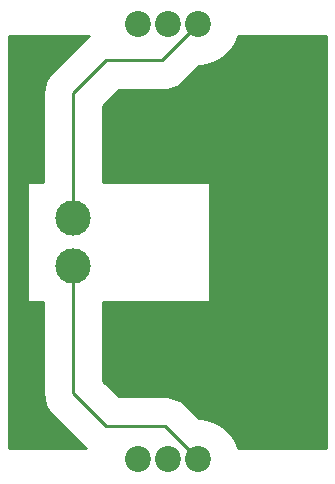
<source format=gbr>
G04 #@! TF.GenerationSoftware,KiCad,Pcbnew,(5.1.2)-2*
G04 #@! TF.CreationDate,2019-08-07T17:13:24-07:00*
G04 #@! TF.ProjectId,solarcell,736f6c61-7263-4656-9c6c-2e6b69636164,rev?*
G04 #@! TF.SameCoordinates,Original*
G04 #@! TF.FileFunction,Copper,L2,Bot*
G04 #@! TF.FilePolarity,Positive*
%FSLAX46Y46*%
G04 Gerber Fmt 4.6, Leading zero omitted, Abs format (unit mm)*
G04 Created by KiCad (PCBNEW (5.1.2)-2) date 2019-08-07 17:13:24*
%MOMM*%
%LPD*%
G04 APERTURE LIST*
%ADD10C,3.000000*%
%ADD11C,2.200000*%
%ADD12C,0.250000*%
%ADD13C,0.254000*%
G04 APERTURE END LIST*
D10*
X68200000Y-90900000D03*
X68200000Y-86900000D03*
D11*
X73660000Y-70485000D03*
X76200000Y-70485000D03*
X78740000Y-70485000D03*
X78740000Y-107315000D03*
X76200000Y-107315000D03*
X73660000Y-107315000D03*
D12*
X68200000Y-90900000D02*
X68200000Y-101728000D01*
X68200000Y-101728000D02*
X70993000Y-104521000D01*
X75946000Y-104521000D02*
X78740000Y-107315000D01*
X70993000Y-104521000D02*
X75946000Y-104521000D01*
X68200000Y-84778680D02*
X68199000Y-84777680D01*
X68200000Y-86900000D02*
X68200000Y-84778680D01*
X68199000Y-84777680D02*
X68199000Y-76327000D01*
X68199000Y-76327000D02*
X70993000Y-73533000D01*
X75692000Y-73533000D02*
X78740000Y-70485000D01*
X70993000Y-73533000D02*
X75692000Y-73533000D01*
D13*
G36*
X69286525Y-71650200D02*
G01*
X69286518Y-71650207D01*
X69189680Y-71729680D01*
X69110206Y-71826519D01*
X66492524Y-74444203D01*
X66395681Y-74523680D01*
X66316203Y-74620524D01*
X66316201Y-74620526D01*
X66078520Y-74910141D01*
X65842849Y-75351051D01*
X65697723Y-75829466D01*
X65648721Y-76327000D01*
X65661001Y-76451683D01*
X65661000Y-83820000D01*
X64389000Y-83820000D01*
X64364224Y-83822440D01*
X64340399Y-83829667D01*
X64318443Y-83841403D01*
X64299197Y-83857197D01*
X64283403Y-83876443D01*
X64271667Y-83898399D01*
X64264440Y-83922224D01*
X64262000Y-83947000D01*
X64262000Y-93853000D01*
X64264440Y-93877776D01*
X64271667Y-93901601D01*
X64283403Y-93923557D01*
X64299197Y-93942803D01*
X64318443Y-93958597D01*
X64340399Y-93970333D01*
X64364224Y-93977560D01*
X64389000Y-93980000D01*
X65662000Y-93980000D01*
X65662001Y-101603317D01*
X65649721Y-101728000D01*
X65698723Y-102225534D01*
X65843849Y-102703949D01*
X66057756Y-103104141D01*
X66079521Y-103144860D01*
X66396681Y-103531320D01*
X66493524Y-103610797D01*
X69110200Y-106227474D01*
X69189680Y-106324320D01*
X69240467Y-106366000D01*
X62798000Y-106366000D01*
X62798000Y-71434000D01*
X69549966Y-71434000D01*
X69286525Y-71650200D01*
X69286525Y-71650200D01*
G37*
X69286525Y-71650200D02*
X69286518Y-71650207D01*
X69189680Y-71729680D01*
X69110206Y-71826519D01*
X66492524Y-74444203D01*
X66395681Y-74523680D01*
X66316203Y-74620524D01*
X66316201Y-74620526D01*
X66078520Y-74910141D01*
X65842849Y-75351051D01*
X65697723Y-75829466D01*
X65648721Y-76327000D01*
X65661001Y-76451683D01*
X65661000Y-83820000D01*
X64389000Y-83820000D01*
X64364224Y-83822440D01*
X64340399Y-83829667D01*
X64318443Y-83841403D01*
X64299197Y-83857197D01*
X64283403Y-83876443D01*
X64271667Y-83898399D01*
X64264440Y-83922224D01*
X64262000Y-83947000D01*
X64262000Y-93853000D01*
X64264440Y-93877776D01*
X64271667Y-93901601D01*
X64283403Y-93923557D01*
X64299197Y-93942803D01*
X64318443Y-93958597D01*
X64340399Y-93970333D01*
X64364224Y-93977560D01*
X64389000Y-93980000D01*
X65662000Y-93980000D01*
X65662001Y-101603317D01*
X65649721Y-101728000D01*
X65698723Y-102225534D01*
X65843849Y-102703949D01*
X66057756Y-103104141D01*
X66079521Y-103144860D01*
X66396681Y-103531320D01*
X66493524Y-103610797D01*
X69110200Y-106227474D01*
X69189680Y-106324320D01*
X69240467Y-106366000D01*
X62798000Y-106366000D01*
X62798000Y-71434000D01*
X69549966Y-71434000D01*
X69286525Y-71650200D01*
G36*
X89602001Y-106366000D02*
G01*
X82133056Y-106366000D01*
X82117997Y-106290296D01*
X81853180Y-105650970D01*
X81468725Y-105075593D01*
X80979407Y-104586275D01*
X80404030Y-104201820D01*
X79764704Y-103937003D01*
X79086000Y-103802000D01*
X78816274Y-103802000D01*
X77828802Y-102814529D01*
X77749320Y-102717680D01*
X77362860Y-102400520D01*
X76921950Y-102164849D01*
X76443535Y-102019723D01*
X76070681Y-101983000D01*
X76070673Y-101983000D01*
X75946000Y-101970721D01*
X75821327Y-101983000D01*
X72044274Y-101983000D01*
X70738000Y-100676727D01*
X70738000Y-93980000D01*
X79629000Y-93980000D01*
X79653776Y-93977560D01*
X79677601Y-93970333D01*
X79699557Y-93958597D01*
X79718803Y-93942803D01*
X79734597Y-93923557D01*
X79746333Y-93901601D01*
X79753560Y-93877776D01*
X79756000Y-93853000D01*
X79756000Y-83947000D01*
X79753560Y-83922224D01*
X79746333Y-83898399D01*
X79734597Y-83876443D01*
X79718803Y-83857197D01*
X79699557Y-83841403D01*
X79677601Y-83829667D01*
X79653776Y-83822440D01*
X79629000Y-83820000D01*
X70737000Y-83820000D01*
X70737000Y-77378274D01*
X72044274Y-76071000D01*
X75567327Y-76071000D01*
X75692000Y-76083279D01*
X75816673Y-76071000D01*
X75816681Y-76071000D01*
X76189535Y-76034277D01*
X76667950Y-75889151D01*
X77108860Y-75653480D01*
X77495320Y-75336320D01*
X77574802Y-75239471D01*
X78816273Y-73998000D01*
X79086000Y-73998000D01*
X79764704Y-73862997D01*
X80404030Y-73598180D01*
X80979407Y-73213725D01*
X81468725Y-72724407D01*
X81853180Y-72149030D01*
X82117997Y-71509704D01*
X82133056Y-71434000D01*
X89602000Y-71434000D01*
X89602001Y-106366000D01*
X89602001Y-106366000D01*
G37*
X89602001Y-106366000D02*
X82133056Y-106366000D01*
X82117997Y-106290296D01*
X81853180Y-105650970D01*
X81468725Y-105075593D01*
X80979407Y-104586275D01*
X80404030Y-104201820D01*
X79764704Y-103937003D01*
X79086000Y-103802000D01*
X78816274Y-103802000D01*
X77828802Y-102814529D01*
X77749320Y-102717680D01*
X77362860Y-102400520D01*
X76921950Y-102164849D01*
X76443535Y-102019723D01*
X76070681Y-101983000D01*
X76070673Y-101983000D01*
X75946000Y-101970721D01*
X75821327Y-101983000D01*
X72044274Y-101983000D01*
X70738000Y-100676727D01*
X70738000Y-93980000D01*
X79629000Y-93980000D01*
X79653776Y-93977560D01*
X79677601Y-93970333D01*
X79699557Y-93958597D01*
X79718803Y-93942803D01*
X79734597Y-93923557D01*
X79746333Y-93901601D01*
X79753560Y-93877776D01*
X79756000Y-93853000D01*
X79756000Y-83947000D01*
X79753560Y-83922224D01*
X79746333Y-83898399D01*
X79734597Y-83876443D01*
X79718803Y-83857197D01*
X79699557Y-83841403D01*
X79677601Y-83829667D01*
X79653776Y-83822440D01*
X79629000Y-83820000D01*
X70737000Y-83820000D01*
X70737000Y-77378274D01*
X72044274Y-76071000D01*
X75567327Y-76071000D01*
X75692000Y-76083279D01*
X75816673Y-76071000D01*
X75816681Y-76071000D01*
X76189535Y-76034277D01*
X76667950Y-75889151D01*
X77108860Y-75653480D01*
X77495320Y-75336320D01*
X77574802Y-75239471D01*
X78816273Y-73998000D01*
X79086000Y-73998000D01*
X79764704Y-73862997D01*
X80404030Y-73598180D01*
X80979407Y-73213725D01*
X81468725Y-72724407D01*
X81853180Y-72149030D01*
X82117997Y-71509704D01*
X82133056Y-71434000D01*
X89602000Y-71434000D01*
X89602001Y-106366000D01*
M02*

</source>
